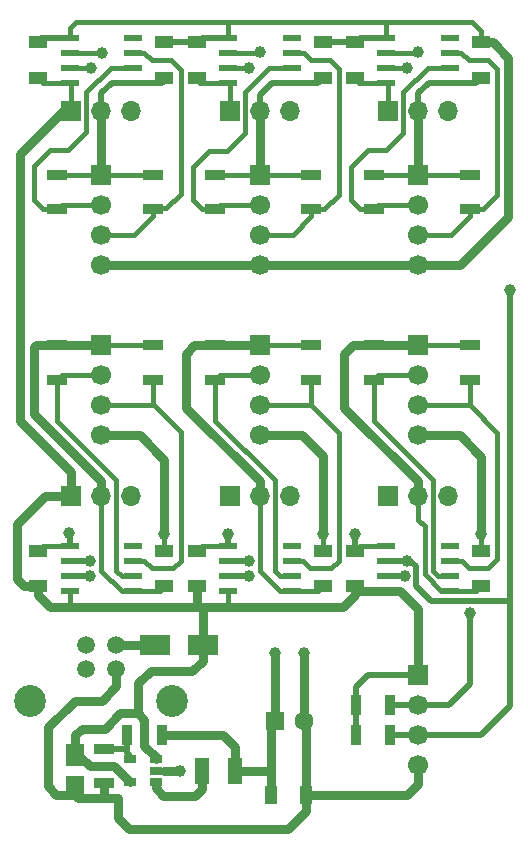
<source format=gbr>
G04 #@! TF.FileFunction,Copper,L2,Bot,Signal*
%FSLAX45Y45*%
G04 Gerber Fmt 4.5, Leading zero omitted, Abs format (unit mm)*
G04 Created by KiCad (PCBNEW 4.0.6) date 08/29/18 06:28:06*
%MOMM*%
%LPD*%
G01*
G04 APERTURE LIST*
%ADD10C,0.100000*%
%ADD11C,1.520000*%
%ADD12C,2.700000*%
%ADD13R,1.700000X0.900000*%
%ADD14R,1.600000X1.000000*%
%ADD15R,1.000000X1.600000*%
%ADD16R,0.900000X1.700000*%
%ADD17R,1.550000X0.600000*%
%ADD18R,1.700000X1.700000*%
%ADD19O,1.700000X1.700000*%
%ADD20R,2.500000X1.800000*%
%ADD21R,1.600000X1.600000*%
%ADD22C,1.600000*%
%ADD23C,1.700000*%
%ADD24R,1.500000X1.950000*%
%ADD25R,1.200000X2.200000*%
%ADD26R,1.060000X0.650000*%
%ADD27C,1.000000*%
%ADD28C,0.750000*%
%ADD29C,0.500000*%
%ADD30C,0.400000*%
G04 APERTURE END LIST*
D10*
D11*
X13490000Y-10446000D03*
X13744000Y-10446000D03*
X13744000Y-10646000D03*
X13490000Y-10646000D03*
D12*
X13017000Y-10916000D03*
X14217000Y-10916000D03*
D13*
X15925800Y-6464080D03*
X15925800Y-6754080D03*
D14*
X13086080Y-5641480D03*
X13086080Y-5341480D03*
X14152880Y-5641480D03*
X14152880Y-5341480D03*
X14427200Y-5641480D03*
X14427200Y-5341480D03*
X15494000Y-5641480D03*
X15494000Y-5341480D03*
X15768320Y-5641480D03*
X15768320Y-5341480D03*
X16835120Y-5641480D03*
X16835120Y-5341480D03*
X13086080Y-9944240D03*
X13086080Y-9644240D03*
X14152880Y-9944240D03*
X14152880Y-9644240D03*
X14427200Y-9944240D03*
X14427200Y-9644240D03*
X15494000Y-9944240D03*
X15494000Y-9644240D03*
X15768320Y-9944240D03*
X15768320Y-9644240D03*
X16835120Y-9944240D03*
X16835120Y-9644240D03*
D15*
X15052000Y-11717000D03*
X15352000Y-11717000D03*
D16*
X15775720Y-10947400D03*
X16065720Y-10947400D03*
X15775720Y-11201400D03*
X16065720Y-11201400D03*
D13*
X13243560Y-6464080D03*
X13243560Y-6754080D03*
X14056360Y-6464080D03*
X14056360Y-6754080D03*
X14584680Y-6464080D03*
X14584680Y-6754080D03*
X15397480Y-6464080D03*
X15397480Y-6754080D03*
X16738600Y-6464080D03*
X16738600Y-6754080D03*
X13243560Y-7906800D03*
X13243560Y-8196800D03*
X14056360Y-7906800D03*
X14056360Y-8196800D03*
X14584680Y-7906800D03*
X14584680Y-8196800D03*
X15397480Y-7906800D03*
X15397480Y-8196800D03*
X15925800Y-7906800D03*
X15925800Y-8196800D03*
X16738600Y-7906800D03*
X16738600Y-8196800D03*
D17*
X13349480Y-5681980D03*
X13349480Y-5554980D03*
X13349480Y-5427980D03*
X13349480Y-5300980D03*
X13889480Y-5300980D03*
X13889480Y-5427980D03*
X13889480Y-5554980D03*
X13889480Y-5681980D03*
X14690600Y-5681980D03*
X14690600Y-5554980D03*
X14690600Y-5427980D03*
X14690600Y-5300980D03*
X15230600Y-5300980D03*
X15230600Y-5427980D03*
X15230600Y-5554980D03*
X15230600Y-5681980D03*
X16031720Y-5681980D03*
X16031720Y-5554980D03*
X16031720Y-5427980D03*
X16031720Y-5300980D03*
X16571720Y-5300980D03*
X16571720Y-5427980D03*
X16571720Y-5554980D03*
X16571720Y-5681980D03*
X13349480Y-9984740D03*
X13349480Y-9857740D03*
X13349480Y-9730740D03*
X13349480Y-9603740D03*
X13889480Y-9603740D03*
X13889480Y-9730740D03*
X13889480Y-9857740D03*
X13889480Y-9984740D03*
X14690600Y-9984740D03*
X14690600Y-9857740D03*
X14690600Y-9730740D03*
X14690600Y-9603740D03*
X15230600Y-9603740D03*
X15230600Y-9730740D03*
X15230600Y-9857740D03*
X15230600Y-9984740D03*
X16031720Y-9984740D03*
X16031720Y-9857740D03*
X16031720Y-9730740D03*
X16031720Y-9603740D03*
X16571720Y-9603740D03*
X16571720Y-9730740D03*
X16571720Y-9857740D03*
X16571720Y-9984740D03*
D18*
X13365480Y-5923280D03*
D19*
X13619480Y-5923280D03*
X13873480Y-5923280D03*
D18*
X14706600Y-5923280D03*
D19*
X14960600Y-5923280D03*
X15214600Y-5923280D03*
D18*
X16047720Y-5923280D03*
D19*
X16301720Y-5923280D03*
X16555720Y-5923280D03*
D18*
X13365480Y-9179560D03*
D19*
X13619480Y-9179560D03*
X13873480Y-9179560D03*
D18*
X14706600Y-9179560D03*
D19*
X14960600Y-9179560D03*
X15214600Y-9179560D03*
D18*
X16047720Y-9179560D03*
D19*
X16301720Y-9179560D03*
X16555720Y-9179560D03*
D20*
X14476000Y-10446000D03*
X14076000Y-10446000D03*
D21*
X15086000Y-11086000D03*
D22*
X15336000Y-11086000D03*
D18*
X16301720Y-10693400D03*
D23*
X16301720Y-10947400D03*
X16301720Y-11201400D03*
X16301720Y-11455400D03*
D18*
X13619480Y-6461760D03*
D23*
X13619480Y-6715760D03*
X13619480Y-6969760D03*
X13619480Y-7223760D03*
D18*
X14960600Y-6461760D03*
D23*
X14960600Y-6715760D03*
X14960600Y-6969760D03*
X14960600Y-7223760D03*
D18*
X16301720Y-6461760D03*
D23*
X16301720Y-6715760D03*
X16301720Y-6969760D03*
X16301720Y-7223760D03*
D18*
X13619480Y-7904480D03*
D23*
X13619480Y-8158480D03*
X13619480Y-8412480D03*
X13619480Y-8666480D03*
D18*
X14960600Y-7904480D03*
D23*
X14960600Y-8158480D03*
X14960600Y-8412480D03*
X14960600Y-8666480D03*
D18*
X16301720Y-7904480D03*
D23*
X16301720Y-8158480D03*
X16301720Y-8412480D03*
X16301720Y-8666480D03*
D24*
X13394000Y-11373500D03*
X13394000Y-11648500D03*
D25*
X14468000Y-11509000D03*
X14748000Y-11509000D03*
D16*
X14129000Y-11204000D03*
X13839000Y-11204000D03*
D13*
X13645000Y-11324000D03*
X13645000Y-11614000D03*
D26*
X14080000Y-11412000D03*
X14080000Y-11507000D03*
X14080000Y-11602000D03*
X13860000Y-11602000D03*
X13860000Y-11412000D03*
D27*
X15086000Y-10508000D03*
X13624560Y-5430520D03*
X13624560Y-5430520D03*
X13624560Y-5430520D03*
X13624560Y-5430520D03*
X13624560Y-5430520D03*
X13624560Y-5430520D03*
X13624560Y-5430520D03*
X17077000Y-7435000D03*
X16209000Y-9730000D03*
X14866000Y-9730000D03*
X13526000Y-9729000D03*
X16296640Y-5425440D03*
X14960600Y-5425440D03*
X13624560Y-5430520D03*
X13528040Y-5557520D03*
X13528040Y-5557520D03*
X13528040Y-5557520D03*
X13528040Y-5557520D03*
X13528040Y-5557520D03*
X13528040Y-5557520D03*
X13528040Y-5557520D03*
X16738600Y-10175240D03*
X13526000Y-9858000D03*
X14866000Y-9857000D03*
X16187000Y-9857000D03*
X16205200Y-5557520D03*
X14869160Y-5557520D03*
X13528040Y-5557520D03*
X14285000Y-11508000D03*
X15339000Y-10511000D03*
X16835000Y-9500000D03*
X15769000Y-9500000D03*
X15495000Y-9500000D03*
X14691000Y-9500000D03*
X14153000Y-9500000D03*
X13349000Y-9499000D03*
D28*
X14129000Y-11204000D02*
X14646000Y-11204000D01*
X14748000Y-11306000D02*
X14748000Y-11509000D01*
X14646000Y-11204000D02*
X14748000Y-11306000D01*
X14748000Y-11509000D02*
X15040000Y-11509000D01*
X15052000Y-11521000D02*
X15040000Y-11509000D01*
X15052000Y-11521000D02*
X15052000Y-11717000D01*
X15086000Y-11086000D02*
X15086000Y-10508000D01*
X15052000Y-11717000D02*
X15052000Y-11120000D01*
X15052000Y-11120000D02*
X15086000Y-11086000D01*
X13931000Y-10768000D02*
X13931000Y-11019000D01*
X14476000Y-10575000D02*
X14389000Y-10662000D01*
X14389000Y-10662000D02*
X14037000Y-10662000D01*
X14037000Y-10662000D02*
X13931000Y-10768000D01*
X14476000Y-10446000D02*
X14476000Y-10575000D01*
X13931000Y-11019000D02*
X13928000Y-11022000D01*
X14080000Y-11412000D02*
X14080000Y-11392000D01*
X14080000Y-11392000D02*
X13984000Y-11296000D01*
X13984000Y-11078000D02*
X13928000Y-11022000D01*
X13984000Y-11296000D02*
X13984000Y-11078000D01*
X13928000Y-11022000D02*
X13775000Y-11022000D01*
X13394000Y-11208000D02*
X13394000Y-11373500D01*
X13451000Y-11151000D02*
X13394000Y-11208000D01*
X13646000Y-11151000D02*
X13451000Y-11151000D01*
X13775000Y-11022000D02*
X13646000Y-11151000D01*
X13394000Y-11373500D02*
X13423500Y-11373500D01*
X13423500Y-11373500D02*
X13519000Y-11469000D01*
X13519000Y-11469000D02*
X13727000Y-11469000D01*
X13727000Y-11469000D02*
X13860000Y-11602000D01*
X14476000Y-10446000D02*
X14476000Y-10119360D01*
D29*
X15775720Y-10947400D02*
X15775720Y-10797760D01*
X15775720Y-10797760D02*
X15880080Y-10693400D01*
X15775720Y-11201400D02*
X15775720Y-10947400D01*
D28*
X16031720Y-9984740D02*
X16146780Y-9984740D01*
X16301720Y-10139680D02*
X16301720Y-10693400D01*
X16146780Y-9984740D02*
X16301720Y-10139680D01*
D29*
X15880080Y-10693400D02*
X16301720Y-10693400D01*
D28*
X13365480Y-9179560D02*
X13141440Y-9179560D01*
X13141440Y-9179560D02*
X12905000Y-9416000D01*
X13365480Y-5923280D02*
X13290720Y-5923280D01*
X13290720Y-5923280D02*
X12931000Y-6283000D01*
X13365480Y-8981480D02*
X13365480Y-9179560D01*
X12931000Y-8547000D02*
X13365480Y-8981480D01*
X12931000Y-6283000D02*
X12931000Y-8547000D01*
X16031720Y-9984740D02*
X15808820Y-9984740D01*
D30*
X15808820Y-9984740D02*
X15768320Y-9944240D01*
X14690600Y-9984740D02*
X14690600Y-10119360D01*
D28*
X14427200Y-9944240D02*
X14427200Y-10119360D01*
D30*
X13349480Y-9984740D02*
X13349480Y-10119360D01*
D28*
X15768320Y-9944240D02*
X15768320Y-10017760D01*
X13349480Y-10119360D02*
X13182600Y-10119360D01*
X15666720Y-10119360D02*
X14690600Y-10119360D01*
X14690600Y-10119360D02*
X14476000Y-10119360D01*
X14476000Y-10119360D02*
X14427200Y-10119360D01*
X14427200Y-10119360D02*
X13349480Y-10119360D01*
X15768320Y-10017760D02*
X15666720Y-10119360D01*
D30*
X13365480Y-5923280D02*
X13365480Y-5697980D01*
X13365480Y-5697980D02*
X13349480Y-5681980D01*
X14706600Y-5923280D02*
X14706600Y-5697980D01*
X14706600Y-5697980D02*
X14690600Y-5681980D01*
X16047720Y-5923280D02*
X16047720Y-5697980D01*
X16047720Y-5697980D02*
X16031720Y-5681980D01*
X15768320Y-5641480D02*
X15768320Y-5648960D01*
X15768320Y-5648960D02*
X15801340Y-5681980D01*
X15801340Y-5681980D02*
X16031720Y-5681980D01*
X14427200Y-5641480D02*
X14427200Y-5654040D01*
X14427200Y-5654040D02*
X14455140Y-5681980D01*
X14455140Y-5681980D02*
X14690600Y-5681980D01*
X13349480Y-5681980D02*
X13126580Y-5681980D01*
X13126580Y-5681980D02*
X13086080Y-5641480D01*
D28*
X12905000Y-9416000D02*
X12905000Y-9887000D01*
X12962240Y-9944240D02*
X13086080Y-9944240D01*
X12905000Y-9887000D02*
X12962240Y-9944240D01*
X13086080Y-10022840D02*
X13086080Y-9944240D01*
X13182600Y-10119360D02*
X13086080Y-10022840D01*
D29*
X16209000Y-9730000D02*
X16236000Y-9730000D01*
X16413000Y-10073000D02*
X17077000Y-10073000D01*
X16284000Y-9944000D02*
X16413000Y-10073000D01*
X16284000Y-9778000D02*
X16284000Y-9944000D01*
X16236000Y-9730000D02*
X16284000Y-9778000D01*
X17077000Y-7435000D02*
X17077000Y-10073000D01*
X16836600Y-11201400D02*
X16301720Y-11201400D01*
X17077000Y-10073000D02*
X17077000Y-10961000D01*
X17077000Y-10961000D02*
X16836600Y-11201400D01*
X16208260Y-9730740D02*
X16031720Y-9730740D01*
X16209000Y-9730000D02*
X16208260Y-9730740D01*
X13349480Y-9730740D02*
X13524260Y-9730740D01*
X14865260Y-9730740D02*
X14690600Y-9730740D01*
X14866000Y-9730000D02*
X14865260Y-9730740D01*
X13524260Y-9730740D02*
X13526000Y-9729000D01*
X16065720Y-11201400D02*
X16301720Y-11201400D01*
D30*
X16294100Y-5427980D02*
X16031720Y-5427980D01*
X16296640Y-5425440D02*
X16294100Y-5427980D01*
X13349480Y-5427980D02*
X13622020Y-5427980D01*
X14958060Y-5427980D02*
X14690600Y-5427980D01*
X14960600Y-5425440D02*
X14958060Y-5427980D01*
X13622020Y-5427980D02*
X13624560Y-5430520D01*
D29*
X16301720Y-10947400D02*
X16565880Y-10947400D01*
X16738600Y-10774680D02*
X16738600Y-10175240D01*
X16565880Y-10947400D02*
X16738600Y-10774680D01*
X16301720Y-10947400D02*
X16065720Y-10947400D01*
X13525740Y-9857740D02*
X13349480Y-9857740D01*
X13526000Y-9858000D02*
X13525740Y-9857740D01*
X14865260Y-9857740D02*
X14690600Y-9857740D01*
X16031720Y-9857740D02*
X16186740Y-9856740D01*
D30*
X16202660Y-5554980D02*
X16031720Y-5554980D01*
X16205200Y-5557520D02*
X16202660Y-5554980D01*
X13349480Y-5554980D02*
X13525500Y-5554980D01*
X14866620Y-5554980D02*
X14690600Y-5554980D01*
X14869160Y-5557520D02*
X14866620Y-5554980D01*
X13525500Y-5554980D02*
X13528040Y-5557520D01*
D28*
X13645000Y-11614000D02*
X13644000Y-11739000D01*
X14152001Y-11507911D02*
X14284911Y-11507911D01*
D29*
X14080000Y-11507000D02*
X14152001Y-11507911D01*
D28*
X14284911Y-11507911D02*
X14285000Y-11508000D01*
X13619480Y-8666480D02*
X13942000Y-8666480D01*
X13942480Y-8666480D02*
X14153000Y-8877000D01*
X14153000Y-8877000D02*
X14153000Y-9500000D01*
X14025760Y-7223760D02*
X13942000Y-7223760D01*
X13942000Y-7223760D02*
X13619480Y-7223760D01*
X15336000Y-10514000D02*
X15336000Y-11086000D01*
X15339000Y-10511000D02*
X15336000Y-10514000D01*
X15352000Y-11717000D02*
X15352000Y-11851000D01*
X13757000Y-11907000D02*
X13757000Y-11739000D01*
X13853000Y-12003000D02*
X13757000Y-11907000D01*
X15200000Y-12003000D02*
X13853000Y-12003000D01*
X15352000Y-11851000D02*
X15200000Y-12003000D01*
X15352000Y-11717000D02*
X15352000Y-11102000D01*
X15352000Y-11102000D02*
X15336000Y-11086000D01*
X15352000Y-11717000D02*
X16204000Y-11717000D01*
X16301720Y-11619280D02*
X16301720Y-11455400D01*
X16204000Y-11717000D02*
X16301720Y-11619280D01*
X13744000Y-10646000D02*
X13744000Y-10793000D01*
X13238000Y-11710000D02*
X13393000Y-11710000D01*
X13168000Y-11640000D02*
X13238000Y-11710000D01*
X13168000Y-11140000D02*
X13168000Y-11640000D01*
X13392000Y-10916000D02*
X13168000Y-11140000D01*
X13621000Y-10916000D02*
X13392000Y-10916000D01*
X13744000Y-10793000D02*
X13621000Y-10916000D01*
X13757000Y-11739000D02*
X13644000Y-11739000D01*
X13644000Y-11739000D02*
X13422000Y-11739000D01*
X13422000Y-11739000D02*
X13393000Y-11710000D01*
X14025760Y-7223760D02*
X14025760Y-7223760D01*
D29*
X16835120Y-9499880D02*
X16835120Y-9499000D01*
X16835000Y-9500000D02*
X16835120Y-9499880D01*
X15768320Y-9500680D02*
X15768320Y-9644240D01*
X15769000Y-9500000D02*
X15768320Y-9500680D01*
X15495000Y-9500000D02*
X15494000Y-9500000D01*
X14690600Y-9500400D02*
X14690600Y-9603740D01*
X14691000Y-9500000D02*
X14690600Y-9500400D01*
X13349480Y-9603740D02*
X13349480Y-9500480D01*
X14153000Y-9500000D02*
X14152880Y-9500000D01*
X13349000Y-9500000D02*
X13349000Y-9499000D01*
X13349480Y-9500480D02*
X13349000Y-9500000D01*
D28*
X16301720Y-8666480D02*
X16652240Y-8666480D01*
X16835120Y-8849360D02*
X16835120Y-9499000D01*
X16652240Y-8666480D02*
X16835120Y-8849360D01*
D30*
X16835120Y-9499000D02*
X16835120Y-9644240D01*
X14152880Y-9500000D02*
X14152880Y-9644240D01*
D28*
X14960600Y-8666480D02*
X15316200Y-8666480D01*
X15494000Y-8844280D02*
X15494000Y-9500000D01*
X15316200Y-8666480D02*
X15494000Y-8844280D01*
D30*
X15494000Y-9500000D02*
X15494000Y-9644240D01*
X16031720Y-9603740D02*
X15808820Y-9603740D01*
X15808820Y-9603740D02*
X15768320Y-9644240D01*
X14690600Y-9603740D02*
X14467700Y-9603740D01*
X14467700Y-9603740D02*
X14427200Y-9644240D01*
X13349480Y-9603740D02*
X13126580Y-9603740D01*
X13126580Y-9603740D02*
X13086080Y-9644240D01*
D28*
X14960600Y-7223760D02*
X14025760Y-7223760D01*
X16301720Y-7223760D02*
X14960600Y-7223760D01*
X16835120Y-5341480D02*
X16934320Y-5341480D01*
X16934320Y-5341480D02*
X17063720Y-5470880D01*
X17063720Y-5470880D02*
X17063720Y-6817360D01*
X17063720Y-6817360D02*
X16657320Y-7223760D01*
X16657320Y-7223760D02*
X16301720Y-7223760D01*
D30*
X14690600Y-5300980D02*
X14690600Y-5171440D01*
X16031720Y-5300980D02*
X16031720Y-5171440D01*
X13349480Y-5300980D02*
X13349480Y-5223000D01*
X13401040Y-5171440D02*
X14690600Y-5171440D01*
X13349480Y-5223000D02*
X13401040Y-5171440D01*
X14690600Y-5171440D02*
X16031720Y-5171440D01*
X16835120Y-5247640D02*
X16835120Y-5341480D01*
X16031720Y-5171440D02*
X16758920Y-5171440D01*
X16758920Y-5171440D02*
X16835120Y-5247640D01*
D29*
X15494000Y-5341480D02*
X15768320Y-5341480D01*
X15768320Y-5341480D02*
X15808820Y-5300980D01*
X15808820Y-5300980D02*
X16031720Y-5300980D01*
X14152880Y-5341480D02*
X14427200Y-5341480D01*
X14427200Y-5341480D02*
X14467700Y-5300980D01*
X14467700Y-5300980D02*
X14690600Y-5300980D01*
X13086080Y-5341480D02*
X13086080Y-5318760D01*
X13086080Y-5318760D02*
X13103860Y-5300980D01*
X13103860Y-5300980D02*
X13349480Y-5300980D01*
D30*
X13619480Y-6461760D02*
X14054040Y-6461760D01*
X14054040Y-6461760D02*
X14056360Y-6464080D01*
X13243560Y-6464080D02*
X13617160Y-6464080D01*
X13617160Y-6464080D02*
X13619480Y-6461760D01*
D28*
X13619480Y-5923280D02*
X13619480Y-6461760D01*
D29*
X13889480Y-5681980D02*
X14135100Y-5681980D01*
X14135100Y-5681980D02*
X14152880Y-5641480D01*
X13889480Y-5681980D02*
X13708380Y-5681980D01*
X13708380Y-5681980D02*
X13619480Y-5770880D01*
X13619480Y-5770880D02*
X13619480Y-5923280D01*
X14152880Y-5641480D02*
X14152880Y-5664200D01*
X14152880Y-5664200D02*
X14135100Y-5681980D01*
D28*
X14960600Y-5923280D02*
X14960600Y-6461760D01*
D30*
X14960600Y-6461760D02*
X15395160Y-6461760D01*
X15395160Y-6461760D02*
X15397480Y-6464080D01*
X14584680Y-6464080D02*
X14958280Y-6464080D01*
X14958280Y-6464080D02*
X14960600Y-6461760D01*
D29*
X15230600Y-5681980D02*
X15455900Y-5681980D01*
X15455900Y-5681980D02*
X15494000Y-5641480D01*
X15230600Y-5681980D02*
X15064740Y-5681980D01*
X14960600Y-5786120D02*
X14960600Y-5923280D01*
X15064740Y-5681980D02*
X14960600Y-5786120D01*
X15494000Y-5641480D02*
X15494000Y-5643880D01*
X15494000Y-5643880D02*
X15455900Y-5681980D01*
D28*
X16301720Y-5923280D02*
X16301720Y-6461760D01*
D30*
X16301720Y-6461760D02*
X16736280Y-6461760D01*
X16736280Y-6461760D02*
X16738600Y-6464080D01*
X15925800Y-6464080D02*
X16299400Y-6464080D01*
X16299400Y-6464080D02*
X16301720Y-6461760D01*
D29*
X16571720Y-5681980D02*
X16786860Y-5681980D01*
X16786860Y-5681980D02*
X16835120Y-5641480D01*
X16571720Y-5681980D02*
X16390620Y-5681980D01*
X16301720Y-5770880D02*
X16301720Y-5923280D01*
X16390620Y-5681980D02*
X16301720Y-5770880D01*
X16835120Y-5641480D02*
X16827360Y-5641480D01*
X16827360Y-5641480D02*
X16786860Y-5681980D01*
D28*
X13243560Y-7906800D02*
X13063440Y-7906800D01*
X13063440Y-7906800D02*
X13051640Y-7918600D01*
X13051640Y-7918600D02*
X13051640Y-8489800D01*
X13051640Y-8489800D02*
X13619480Y-9057640D01*
X13619480Y-9057640D02*
X13619480Y-9179560D01*
X13243560Y-7906800D02*
X13617160Y-7906800D01*
D30*
X13617160Y-7906800D02*
X13619480Y-7904480D01*
X14056360Y-7906800D02*
X13621800Y-7906800D01*
X13621800Y-7906800D02*
X13619480Y-7904480D01*
X13619480Y-9179560D02*
X13619480Y-9814560D01*
X13619480Y-9814560D02*
X13789660Y-9984740D01*
X13789660Y-9984740D02*
X13889480Y-9984740D01*
X13889480Y-9984740D02*
X14112380Y-9984740D01*
X14112380Y-9984740D02*
X14152880Y-9944240D01*
D28*
X14584680Y-7906800D02*
X14404560Y-7906800D01*
X14404560Y-7906800D02*
X14335760Y-7975600D01*
X14335760Y-7975600D02*
X14335760Y-8432800D01*
X14335760Y-8432800D02*
X14960600Y-9057640D01*
X14960600Y-9057640D02*
X14960600Y-9179560D01*
X14960600Y-7904480D02*
X14587000Y-7904480D01*
D30*
X14587000Y-7904480D02*
X14584680Y-7906800D01*
X15397480Y-7906800D02*
X14962920Y-7906800D01*
X14962920Y-7906800D02*
X14960600Y-7904480D01*
X14960600Y-9179560D02*
X14960600Y-9814560D01*
X14960600Y-9814560D02*
X15130780Y-9984740D01*
X15130780Y-9984740D02*
X15230600Y-9984740D01*
X15230600Y-9984740D02*
X15453500Y-9984740D01*
X15453500Y-9984740D02*
X15494000Y-9944240D01*
X16571720Y-9984740D02*
X16494740Y-9984740D01*
X16494740Y-9984740D02*
X16356000Y-9846000D01*
X16301720Y-9383720D02*
X16301720Y-9179560D01*
X16356000Y-9438000D02*
X16301720Y-9383720D01*
X16356000Y-9846000D02*
X16356000Y-9438000D01*
D28*
X15925800Y-7906800D02*
X15750760Y-7906800D01*
X15750760Y-7906800D02*
X15676880Y-7980680D01*
X15676880Y-7980680D02*
X15676880Y-8432800D01*
X15676880Y-8432800D02*
X16301720Y-9057640D01*
X16301720Y-9057640D02*
X16301720Y-9179560D01*
X16301720Y-7904480D02*
X15928120Y-7904480D01*
D30*
X15928120Y-7904480D02*
X15925800Y-7906800D01*
X16738600Y-7906800D02*
X16304040Y-7906800D01*
X16304040Y-7906800D02*
X16301720Y-7904480D01*
X16571720Y-9984740D02*
X16794620Y-9984740D01*
X16794620Y-9984740D02*
X16835120Y-9944240D01*
X13889480Y-5554980D02*
X13698220Y-5554980D01*
X13698220Y-5554980D02*
X13492480Y-5760720D01*
X13619480Y-6715760D02*
X13281880Y-6715760D01*
X13281880Y-6715760D02*
X13243560Y-6754080D01*
X13124400Y-6754080D02*
X13243560Y-6754080D01*
X13045440Y-6675120D02*
X13124400Y-6754080D01*
X13045440Y-6390640D02*
X13045440Y-6675120D01*
X13182600Y-6253480D02*
X13045440Y-6390640D01*
X13340080Y-6253480D02*
X13182600Y-6253480D01*
X13492480Y-6101080D02*
X13340080Y-6253480D01*
X13492480Y-5760720D02*
X13492480Y-6101080D01*
X13889480Y-5427980D02*
X13982700Y-5427980D01*
X14168120Y-6746240D02*
X14064200Y-6746240D01*
X14290040Y-6624320D02*
X14168120Y-6746240D01*
X14290040Y-5572760D02*
X14290040Y-6624320D01*
X14208760Y-5491480D02*
X14290040Y-5572760D01*
X14046200Y-5491480D02*
X14208760Y-5491480D01*
X13982700Y-5427980D02*
X14046200Y-5491480D01*
X14064200Y-6746240D02*
X14056360Y-6754080D01*
X14056360Y-6754080D02*
X14056360Y-6812280D01*
X13898880Y-6969760D02*
X13619480Y-6969760D01*
X14056360Y-6812280D02*
X13898880Y-6969760D01*
X15230600Y-5554980D02*
X15039340Y-5554980D01*
X14470600Y-6754080D02*
X14584680Y-6754080D01*
X14391640Y-6675120D02*
X14470600Y-6754080D01*
X14391640Y-6395720D02*
X14391640Y-6675120D01*
X14528800Y-6258560D02*
X14391640Y-6395720D01*
X14681200Y-6258560D02*
X14528800Y-6258560D01*
X14833600Y-6106160D02*
X14681200Y-6258560D01*
X14833600Y-5760720D02*
X14833600Y-6106160D01*
X15039340Y-5554980D02*
X14833600Y-5760720D01*
X14960600Y-6715760D02*
X14623000Y-6715760D01*
X14623000Y-6715760D02*
X14584680Y-6754080D01*
X14962920Y-6713440D02*
X14960600Y-6715760D01*
X15397480Y-6754080D02*
X15397480Y-6812280D01*
X15240000Y-6969760D02*
X14960600Y-6969760D01*
X15397480Y-6812280D02*
X15240000Y-6969760D01*
X15230600Y-5427980D02*
X15333980Y-5427980D01*
X15506480Y-6754080D02*
X15397480Y-6754080D01*
X15631160Y-6629400D02*
X15506480Y-6754080D01*
X15631160Y-5567680D02*
X15631160Y-6629400D01*
X15554960Y-5491480D02*
X15631160Y-5567680D01*
X15397480Y-5491480D02*
X15554960Y-5491480D01*
X15333980Y-5427980D02*
X15397480Y-5491480D01*
X16301720Y-6715760D02*
X15964120Y-6715760D01*
X15964120Y-6715760D02*
X15925800Y-6754080D01*
X16571720Y-5554980D02*
X16380460Y-5554980D01*
X15811720Y-6754080D02*
X15925800Y-6754080D01*
X15732760Y-6675120D02*
X15811720Y-6754080D01*
X15732760Y-6395720D02*
X15732760Y-6675120D01*
X15880080Y-6248400D02*
X15732760Y-6395720D01*
X16032480Y-6248400D02*
X15880080Y-6248400D01*
X16174720Y-6106160D02*
X16032480Y-6248400D01*
X16174720Y-5760720D02*
X16174720Y-6106160D01*
X16380460Y-5554980D02*
X16174720Y-5760720D01*
X16571720Y-5427980D02*
X16664940Y-5427980D01*
X16847600Y-6754080D02*
X16738600Y-6754080D01*
X16972280Y-6629400D02*
X16847600Y-6754080D01*
X16972280Y-5567680D02*
X16972280Y-6629400D01*
X16896080Y-5491480D02*
X16972280Y-5567680D01*
X16728440Y-5491480D02*
X16896080Y-5491480D01*
X16664940Y-5427980D02*
X16728440Y-5491480D01*
X16738600Y-6754080D02*
X16738600Y-6812280D01*
X16581120Y-6969760D02*
X16301720Y-6969760D01*
X16738600Y-6812280D02*
X16581120Y-6969760D01*
X13243560Y-8196800D02*
X13243560Y-8544560D01*
X13789660Y-9857740D02*
X13889480Y-9857740D01*
X13746480Y-9814560D02*
X13789660Y-9857740D01*
X13746480Y-9047480D02*
X13746480Y-9814560D01*
X13243560Y-8544560D02*
X13746480Y-9047480D01*
X13619480Y-8158480D02*
X13281880Y-8158480D01*
X13281880Y-8158480D02*
X13243560Y-8196800D01*
X14056360Y-8196800D02*
X14056360Y-8407400D01*
X14056360Y-8407400D02*
X14061440Y-8412480D01*
X13889480Y-9730740D02*
X13982700Y-9730740D01*
X14061440Y-8412480D02*
X13619480Y-8412480D01*
X14290040Y-8641080D02*
X14061440Y-8412480D01*
X14290040Y-9733280D02*
X14290040Y-8641080D01*
X14229080Y-9794240D02*
X14290040Y-9733280D01*
X14046200Y-9794240D02*
X14229080Y-9794240D01*
X13982700Y-9730740D02*
X14046200Y-9794240D01*
X14584680Y-8196800D02*
X14584680Y-8544560D01*
X15130780Y-9857740D02*
X15230600Y-9857740D01*
X15087600Y-9814560D02*
X15130780Y-9857740D01*
X15087600Y-9047480D02*
X15087600Y-9814560D01*
X14584680Y-8544560D02*
X15087600Y-9047480D01*
X14960600Y-8158480D02*
X14623000Y-8158480D01*
X14623000Y-8158480D02*
X14584680Y-8196800D01*
X15397480Y-8196800D02*
X15397480Y-8407400D01*
X15397480Y-8407400D02*
X15392400Y-8412480D01*
X15230600Y-9730740D02*
X15323820Y-9730740D01*
X15392400Y-8412480D02*
X14960600Y-8412480D01*
X15631160Y-8651240D02*
X15392400Y-8412480D01*
X15631160Y-9728200D02*
X15631160Y-8651240D01*
X15565120Y-9794240D02*
X15631160Y-9728200D01*
X15387320Y-9794240D02*
X15565120Y-9794240D01*
X15323820Y-9730740D02*
X15387320Y-9794240D01*
X15925800Y-8196800D02*
X15925800Y-8544560D01*
X16471900Y-9857740D02*
X16571720Y-9857740D01*
X16428720Y-9814560D02*
X16471900Y-9857740D01*
X16428720Y-9047480D02*
X16428720Y-9814560D01*
X15925800Y-8544560D02*
X16428720Y-9047480D01*
X16301720Y-8158480D02*
X15964120Y-8158480D01*
X15964120Y-8158480D02*
X15925800Y-8196800D01*
X16738600Y-8196800D02*
X16738600Y-8412480D01*
X16571720Y-9730740D02*
X16670020Y-9730740D01*
X16738600Y-8412480D02*
X16301720Y-8412480D01*
X16972280Y-8646160D02*
X16738600Y-8412480D01*
X16972280Y-9718040D02*
X16972280Y-8646160D01*
X16896080Y-9794240D02*
X16972280Y-9718040D01*
X16733520Y-9794240D02*
X16896080Y-9794240D01*
X16670020Y-9730740D02*
X16733520Y-9794240D01*
D28*
X13744000Y-10446000D02*
X14076000Y-10446000D01*
X14080000Y-11602000D02*
X14080000Y-11656000D01*
X14080000Y-11656000D02*
X14143000Y-11719000D01*
X14143000Y-11719000D02*
X14411000Y-11719000D01*
X14411000Y-11719000D02*
X14468000Y-11662000D01*
X14468000Y-11662000D02*
X14468000Y-11509000D01*
D29*
X13645000Y-11324000D02*
X13839000Y-11324000D01*
X13860000Y-11412000D02*
X13860000Y-11381000D01*
X13860000Y-11381000D02*
X13839000Y-11360000D01*
X13839000Y-11360000D02*
X13839000Y-11324000D01*
X13839000Y-11324000D02*
X13839000Y-11204000D01*
M02*

</source>
